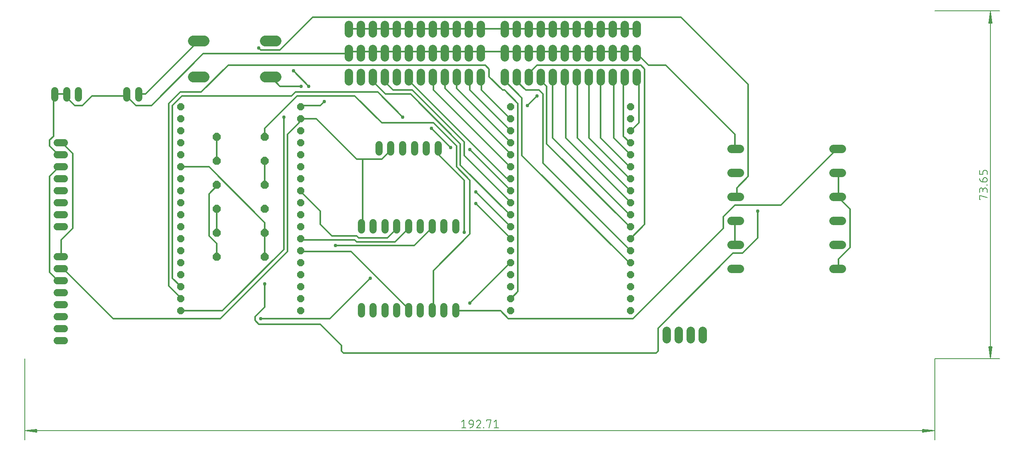
<source format=gbr>
G04 EAGLE Gerber RS-274X export*
G75*
%MOMM*%
%FSLAX34Y34*%
%LPD*%
%INTop Copper*%
%IPPOS*%
%AMOC8*
5,1,8,0,0,1.08239X$1,22.5*%
G01*
%ADD10C,0.130000*%
%ADD11C,0.152400*%
%ADD12C,2.247900*%
%ADD13C,1.524000*%
%ADD14P,1.632244X8X22.500000*%
%ADD15C,1.790700*%
%ADD16C,1.800000*%
%ADD17P,1.814519X8X22.500000*%
%ADD18P,1.814519X8X202.500000*%
%ADD19C,0.304800*%
%ADD20C,0.756400*%


D10*
X0Y0D02*
X0Y-171900D01*
X1927100Y-171900D02*
X1927100Y0D01*
X1926450Y-152400D02*
X650Y-152400D01*
X26000Y-149208D01*
X26000Y-155592D01*
X650Y-152400D01*
X26000Y-151100D01*
X26000Y-153700D02*
X650Y-152400D01*
X26000Y-149800D01*
X26000Y-155000D02*
X650Y-152400D01*
X1901100Y-149208D02*
X1926450Y-152400D01*
X1901100Y-149208D02*
X1901100Y-155592D01*
X1926450Y-152400D01*
X1901100Y-151100D01*
X1901100Y-153700D02*
X1926450Y-152400D01*
X1901100Y-149800D01*
X1901100Y-155000D02*
X1926450Y-152400D01*
D11*
X929821Y-129637D02*
X925306Y-133249D01*
X929821Y-129637D02*
X929821Y-145893D01*
X925306Y-145893D02*
X934337Y-145893D01*
X944550Y-138668D02*
X949968Y-138668D01*
X944550Y-138668D02*
X944432Y-138666D01*
X944314Y-138660D01*
X944196Y-138651D01*
X944079Y-138637D01*
X943962Y-138620D01*
X943845Y-138599D01*
X943730Y-138574D01*
X943615Y-138545D01*
X943501Y-138512D01*
X943389Y-138476D01*
X943278Y-138436D01*
X943168Y-138393D01*
X943059Y-138346D01*
X942952Y-138296D01*
X942847Y-138241D01*
X942744Y-138184D01*
X942643Y-138123D01*
X942543Y-138059D01*
X942446Y-137992D01*
X942351Y-137922D01*
X942259Y-137848D01*
X942168Y-137772D01*
X942081Y-137692D01*
X941996Y-137610D01*
X941914Y-137525D01*
X941834Y-137438D01*
X941758Y-137347D01*
X941684Y-137255D01*
X941614Y-137160D01*
X941547Y-137063D01*
X941483Y-136963D01*
X941422Y-136862D01*
X941365Y-136759D01*
X941310Y-136654D01*
X941260Y-136547D01*
X941213Y-136438D01*
X941170Y-136328D01*
X941130Y-136217D01*
X941094Y-136105D01*
X941061Y-135991D01*
X941032Y-135876D01*
X941007Y-135761D01*
X940986Y-135644D01*
X940969Y-135527D01*
X940955Y-135410D01*
X940946Y-135292D01*
X940940Y-135174D01*
X940938Y-135056D01*
X940937Y-135056D02*
X940937Y-134153D01*
X940939Y-134020D01*
X940945Y-133888D01*
X940955Y-133756D01*
X940968Y-133624D01*
X940986Y-133492D01*
X941007Y-133362D01*
X941032Y-133231D01*
X941061Y-133102D01*
X941094Y-132974D01*
X941130Y-132846D01*
X941170Y-132720D01*
X941214Y-132595D01*
X941262Y-132471D01*
X941313Y-132349D01*
X941368Y-132228D01*
X941426Y-132109D01*
X941488Y-131991D01*
X941553Y-131876D01*
X941622Y-131762D01*
X941693Y-131651D01*
X941769Y-131542D01*
X941847Y-131435D01*
X941928Y-131330D01*
X942013Y-131228D01*
X942100Y-131128D01*
X942190Y-131031D01*
X942283Y-130936D01*
X942379Y-130845D01*
X942477Y-130756D01*
X942578Y-130670D01*
X942682Y-130587D01*
X942788Y-130507D01*
X942896Y-130431D01*
X943006Y-130357D01*
X943119Y-130287D01*
X943233Y-130220D01*
X943350Y-130157D01*
X943468Y-130097D01*
X943588Y-130040D01*
X943710Y-129987D01*
X943833Y-129938D01*
X943957Y-129892D01*
X944083Y-129850D01*
X944210Y-129812D01*
X944338Y-129777D01*
X944467Y-129746D01*
X944596Y-129719D01*
X944727Y-129696D01*
X944858Y-129676D01*
X944990Y-129661D01*
X945122Y-129649D01*
X945254Y-129641D01*
X945387Y-129637D01*
X945519Y-129637D01*
X945652Y-129641D01*
X945784Y-129649D01*
X945916Y-129661D01*
X946048Y-129676D01*
X946179Y-129696D01*
X946310Y-129719D01*
X946439Y-129746D01*
X946568Y-129777D01*
X946696Y-129812D01*
X946823Y-129850D01*
X946949Y-129892D01*
X947073Y-129938D01*
X947196Y-129987D01*
X947318Y-130040D01*
X947438Y-130097D01*
X947556Y-130157D01*
X947673Y-130220D01*
X947787Y-130287D01*
X947900Y-130357D01*
X948010Y-130431D01*
X948118Y-130507D01*
X948224Y-130587D01*
X948328Y-130670D01*
X948429Y-130756D01*
X948527Y-130845D01*
X948623Y-130936D01*
X948716Y-131031D01*
X948806Y-131128D01*
X948893Y-131228D01*
X948978Y-131330D01*
X949059Y-131435D01*
X949137Y-131542D01*
X949213Y-131651D01*
X949284Y-131762D01*
X949353Y-131876D01*
X949418Y-131991D01*
X949480Y-132109D01*
X949538Y-132228D01*
X949593Y-132349D01*
X949644Y-132471D01*
X949692Y-132595D01*
X949736Y-132720D01*
X949776Y-132846D01*
X949812Y-132974D01*
X949845Y-133102D01*
X949874Y-133231D01*
X949899Y-133362D01*
X949920Y-133492D01*
X949938Y-133624D01*
X949951Y-133756D01*
X949961Y-133888D01*
X949967Y-134020D01*
X949969Y-134153D01*
X949968Y-134153D02*
X949968Y-138668D01*
X949966Y-138843D01*
X949960Y-139017D01*
X949949Y-139191D01*
X949934Y-139365D01*
X949915Y-139539D01*
X949892Y-139712D01*
X949865Y-139884D01*
X949833Y-140056D01*
X949798Y-140227D01*
X949758Y-140397D01*
X949714Y-140566D01*
X949666Y-140734D01*
X949614Y-140901D01*
X949558Y-141066D01*
X949498Y-141230D01*
X949435Y-141393D01*
X949367Y-141553D01*
X949295Y-141713D01*
X949220Y-141870D01*
X949140Y-142026D01*
X949057Y-142179D01*
X948971Y-142331D01*
X948880Y-142480D01*
X948786Y-142627D01*
X948689Y-142772D01*
X948588Y-142915D01*
X948484Y-143055D01*
X948376Y-143192D01*
X948265Y-143327D01*
X948151Y-143459D01*
X948034Y-143588D01*
X947913Y-143715D01*
X947790Y-143838D01*
X947663Y-143959D01*
X947534Y-144076D01*
X947402Y-144190D01*
X947267Y-144301D01*
X947130Y-144409D01*
X946990Y-144513D01*
X946847Y-144614D01*
X946702Y-144711D01*
X946555Y-144805D01*
X946406Y-144896D01*
X946254Y-144982D01*
X946101Y-145065D01*
X945945Y-145145D01*
X945788Y-145220D01*
X945628Y-145292D01*
X945468Y-145360D01*
X945305Y-145423D01*
X945141Y-145483D01*
X944976Y-145539D01*
X944809Y-145591D01*
X944641Y-145639D01*
X944472Y-145683D01*
X944302Y-145723D01*
X944131Y-145758D01*
X943959Y-145790D01*
X943787Y-145817D01*
X943614Y-145840D01*
X943440Y-145859D01*
X943266Y-145874D01*
X943092Y-145885D01*
X942918Y-145891D01*
X942743Y-145893D01*
X961535Y-129637D02*
X961660Y-129639D01*
X961785Y-129645D01*
X961910Y-129654D01*
X962034Y-129668D01*
X962158Y-129685D01*
X962282Y-129706D01*
X962404Y-129731D01*
X962526Y-129760D01*
X962647Y-129792D01*
X962767Y-129828D01*
X962886Y-129868D01*
X963003Y-129911D01*
X963119Y-129958D01*
X963234Y-130009D01*
X963346Y-130063D01*
X963458Y-130121D01*
X963567Y-130181D01*
X963674Y-130246D01*
X963780Y-130313D01*
X963883Y-130384D01*
X963984Y-130458D01*
X964083Y-130535D01*
X964179Y-130615D01*
X964273Y-130698D01*
X964364Y-130783D01*
X964453Y-130872D01*
X964538Y-130963D01*
X964621Y-131057D01*
X964701Y-131153D01*
X964778Y-131252D01*
X964852Y-131353D01*
X964923Y-131456D01*
X964990Y-131562D01*
X965055Y-131669D01*
X965115Y-131778D01*
X965173Y-131890D01*
X965227Y-132002D01*
X965278Y-132117D01*
X965325Y-132233D01*
X965368Y-132350D01*
X965408Y-132469D01*
X965444Y-132589D01*
X965476Y-132710D01*
X965505Y-132832D01*
X965530Y-132954D01*
X965551Y-133078D01*
X965568Y-133202D01*
X965582Y-133326D01*
X965591Y-133451D01*
X965597Y-133576D01*
X965599Y-133701D01*
X961535Y-129637D02*
X961392Y-129639D01*
X961250Y-129645D01*
X961107Y-129655D01*
X960965Y-129668D01*
X960824Y-129686D01*
X960682Y-129707D01*
X960542Y-129732D01*
X960402Y-129761D01*
X960263Y-129794D01*
X960125Y-129831D01*
X959988Y-129871D01*
X959853Y-129915D01*
X959718Y-129963D01*
X959585Y-130015D01*
X959453Y-130070D01*
X959323Y-130129D01*
X959195Y-130191D01*
X959068Y-130257D01*
X958943Y-130326D01*
X958820Y-130398D01*
X958699Y-130474D01*
X958581Y-130553D01*
X958464Y-130636D01*
X958350Y-130721D01*
X958238Y-130810D01*
X958129Y-130901D01*
X958022Y-130996D01*
X957917Y-131093D01*
X957816Y-131194D01*
X957717Y-131297D01*
X957621Y-131402D01*
X957528Y-131511D01*
X957438Y-131622D01*
X957351Y-131735D01*
X957267Y-131850D01*
X957187Y-131968D01*
X957109Y-132088D01*
X957035Y-132210D01*
X956965Y-132334D01*
X956897Y-132460D01*
X956834Y-132588D01*
X956773Y-132717D01*
X956716Y-132848D01*
X956663Y-132980D01*
X956614Y-133114D01*
X956568Y-133249D01*
X964244Y-136862D02*
X964338Y-136770D01*
X964428Y-136676D01*
X964516Y-136579D01*
X964601Y-136479D01*
X964683Y-136377D01*
X964761Y-136272D01*
X964837Y-136165D01*
X964909Y-136056D01*
X964978Y-135945D01*
X965044Y-135831D01*
X965106Y-135716D01*
X965165Y-135599D01*
X965220Y-135480D01*
X965271Y-135360D01*
X965319Y-135238D01*
X965364Y-135115D01*
X965404Y-134991D01*
X965441Y-134865D01*
X965474Y-134738D01*
X965503Y-134611D01*
X965529Y-134482D01*
X965550Y-134353D01*
X965568Y-134223D01*
X965581Y-134093D01*
X965591Y-133963D01*
X965597Y-133832D01*
X965599Y-133701D01*
X964245Y-136862D02*
X956568Y-145893D01*
X965599Y-145893D01*
X971574Y-145893D02*
X971574Y-144990D01*
X972477Y-144990D01*
X972477Y-145893D01*
X971574Y-145893D01*
X978452Y-131443D02*
X978452Y-129637D01*
X987483Y-129637D01*
X982968Y-145893D01*
X994083Y-133249D02*
X998599Y-129637D01*
X998599Y-145893D01*
X1003114Y-145893D02*
X994083Y-145893D01*
D10*
X1927100Y0D02*
X2064200Y0D01*
X2064200Y736500D02*
X1927100Y736500D01*
X2044700Y735850D02*
X2044700Y650D01*
X2041508Y26000D01*
X2047892Y26000D01*
X2044700Y650D01*
X2043400Y26000D01*
X2046000Y26000D02*
X2044700Y650D01*
X2042100Y26000D01*
X2047300Y26000D02*
X2044700Y650D01*
X2041508Y710500D02*
X2044700Y735850D01*
X2041508Y710500D02*
X2047892Y710500D01*
X2044700Y735850D01*
X2043400Y710500D01*
X2046000Y710500D02*
X2044700Y735850D01*
X2042100Y710500D01*
X2047300Y710500D02*
X2044700Y735850D01*
D11*
X2023743Y337102D02*
X2021937Y337102D01*
X2021937Y346133D01*
X2038193Y341618D01*
X2038193Y352733D02*
X2038193Y357249D01*
X2038191Y357382D01*
X2038185Y357514D01*
X2038175Y357646D01*
X2038162Y357778D01*
X2038144Y357910D01*
X2038123Y358040D01*
X2038098Y358171D01*
X2038069Y358300D01*
X2038036Y358428D01*
X2038000Y358556D01*
X2037960Y358682D01*
X2037916Y358807D01*
X2037868Y358931D01*
X2037817Y359053D01*
X2037762Y359174D01*
X2037704Y359293D01*
X2037642Y359411D01*
X2037577Y359526D01*
X2037508Y359640D01*
X2037437Y359751D01*
X2037361Y359860D01*
X2037283Y359967D01*
X2037202Y360072D01*
X2037117Y360174D01*
X2037030Y360274D01*
X2036940Y360371D01*
X2036847Y360466D01*
X2036751Y360557D01*
X2036653Y360646D01*
X2036552Y360732D01*
X2036448Y360815D01*
X2036342Y360895D01*
X2036234Y360971D01*
X2036124Y361045D01*
X2036011Y361115D01*
X2035897Y361182D01*
X2035780Y361245D01*
X2035662Y361305D01*
X2035542Y361362D01*
X2035420Y361415D01*
X2035297Y361464D01*
X2035173Y361510D01*
X2035047Y361552D01*
X2034920Y361590D01*
X2034792Y361625D01*
X2034663Y361656D01*
X2034534Y361683D01*
X2034403Y361706D01*
X2034272Y361726D01*
X2034140Y361741D01*
X2034008Y361753D01*
X2033876Y361761D01*
X2033743Y361765D01*
X2033611Y361765D01*
X2033478Y361761D01*
X2033346Y361753D01*
X2033214Y361741D01*
X2033082Y361726D01*
X2032951Y361706D01*
X2032820Y361683D01*
X2032691Y361656D01*
X2032562Y361625D01*
X2032434Y361590D01*
X2032307Y361552D01*
X2032181Y361510D01*
X2032057Y361464D01*
X2031934Y361415D01*
X2031812Y361362D01*
X2031692Y361305D01*
X2031574Y361245D01*
X2031457Y361182D01*
X2031343Y361115D01*
X2031230Y361045D01*
X2031120Y360971D01*
X2031012Y360895D01*
X2030906Y360815D01*
X2030802Y360732D01*
X2030701Y360646D01*
X2030603Y360557D01*
X2030507Y360466D01*
X2030414Y360371D01*
X2030324Y360274D01*
X2030237Y360174D01*
X2030152Y360072D01*
X2030071Y359967D01*
X2029993Y359860D01*
X2029917Y359751D01*
X2029846Y359640D01*
X2029777Y359526D01*
X2029712Y359411D01*
X2029650Y359293D01*
X2029592Y359174D01*
X2029537Y359053D01*
X2029486Y358931D01*
X2029438Y358807D01*
X2029394Y358682D01*
X2029354Y358556D01*
X2029318Y358428D01*
X2029285Y358300D01*
X2029256Y358171D01*
X2029231Y358040D01*
X2029210Y357910D01*
X2029192Y357778D01*
X2029179Y357646D01*
X2029169Y357514D01*
X2029163Y357382D01*
X2029161Y357249D01*
X2021937Y358152D02*
X2021937Y352733D01*
X2021937Y358152D02*
X2021939Y358271D01*
X2021945Y358391D01*
X2021955Y358510D01*
X2021969Y358628D01*
X2021986Y358747D01*
X2022008Y358864D01*
X2022033Y358981D01*
X2022063Y359096D01*
X2022096Y359211D01*
X2022133Y359325D01*
X2022173Y359437D01*
X2022218Y359548D01*
X2022266Y359657D01*
X2022317Y359765D01*
X2022372Y359871D01*
X2022431Y359975D01*
X2022493Y360077D01*
X2022558Y360177D01*
X2022627Y360275D01*
X2022699Y360371D01*
X2022774Y360464D01*
X2022851Y360554D01*
X2022932Y360642D01*
X2023016Y360727D01*
X2023103Y360809D01*
X2023192Y360889D01*
X2023284Y360965D01*
X2023378Y361039D01*
X2023475Y361109D01*
X2023573Y361176D01*
X2023674Y361240D01*
X2023778Y361300D01*
X2023883Y361357D01*
X2023990Y361410D01*
X2024098Y361460D01*
X2024208Y361506D01*
X2024320Y361548D01*
X2024433Y361587D01*
X2024547Y361622D01*
X2024662Y361653D01*
X2024779Y361681D01*
X2024896Y361704D01*
X2025013Y361724D01*
X2025132Y361740D01*
X2025251Y361752D01*
X2025370Y361760D01*
X2025489Y361764D01*
X2025609Y361764D01*
X2025728Y361760D01*
X2025847Y361752D01*
X2025966Y361740D01*
X2026085Y361724D01*
X2026202Y361704D01*
X2026319Y361681D01*
X2026436Y361653D01*
X2026551Y361622D01*
X2026665Y361587D01*
X2026778Y361548D01*
X2026890Y361506D01*
X2027000Y361460D01*
X2027108Y361410D01*
X2027215Y361357D01*
X2027320Y361300D01*
X2027424Y361240D01*
X2027525Y361176D01*
X2027623Y361109D01*
X2027720Y361039D01*
X2027814Y360965D01*
X2027906Y360889D01*
X2027995Y360809D01*
X2028082Y360727D01*
X2028166Y360642D01*
X2028247Y360554D01*
X2028324Y360464D01*
X2028399Y360371D01*
X2028471Y360275D01*
X2028540Y360177D01*
X2028605Y360077D01*
X2028667Y359975D01*
X2028726Y359871D01*
X2028781Y359765D01*
X2028832Y359657D01*
X2028880Y359548D01*
X2028925Y359437D01*
X2028965Y359325D01*
X2029002Y359211D01*
X2029035Y359096D01*
X2029065Y358981D01*
X2029090Y358864D01*
X2029112Y358747D01*
X2029129Y358628D01*
X2029143Y358510D01*
X2029153Y358391D01*
X2029159Y358271D01*
X2029161Y358152D01*
X2029162Y358152D02*
X2029162Y354539D01*
X2037290Y367739D02*
X2038193Y367739D01*
X2037290Y367739D02*
X2037290Y368642D01*
X2038193Y368642D01*
X2038193Y367739D01*
X2029162Y374617D02*
X2029162Y380036D01*
X2029164Y380154D01*
X2029170Y380272D01*
X2029179Y380390D01*
X2029193Y380507D01*
X2029210Y380624D01*
X2029231Y380741D01*
X2029256Y380856D01*
X2029285Y380971D01*
X2029318Y381085D01*
X2029354Y381197D01*
X2029394Y381308D01*
X2029437Y381418D01*
X2029484Y381527D01*
X2029534Y381634D01*
X2029589Y381739D01*
X2029646Y381842D01*
X2029707Y381943D01*
X2029771Y382043D01*
X2029838Y382140D01*
X2029908Y382235D01*
X2029982Y382327D01*
X2030058Y382418D01*
X2030138Y382505D01*
X2030220Y382590D01*
X2030305Y382672D01*
X2030392Y382752D01*
X2030483Y382828D01*
X2030575Y382902D01*
X2030670Y382972D01*
X2030767Y383039D01*
X2030867Y383103D01*
X2030968Y383164D01*
X2031071Y383221D01*
X2031176Y383276D01*
X2031283Y383326D01*
X2031392Y383373D01*
X2031502Y383416D01*
X2031613Y383456D01*
X2031725Y383492D01*
X2031839Y383525D01*
X2031954Y383554D01*
X2032069Y383579D01*
X2032186Y383600D01*
X2032303Y383617D01*
X2032420Y383631D01*
X2032538Y383640D01*
X2032656Y383646D01*
X2032774Y383648D01*
X2033677Y383648D01*
X2033810Y383646D01*
X2033942Y383640D01*
X2034074Y383630D01*
X2034206Y383617D01*
X2034338Y383599D01*
X2034468Y383578D01*
X2034599Y383553D01*
X2034728Y383524D01*
X2034856Y383491D01*
X2034984Y383455D01*
X2035110Y383415D01*
X2035235Y383371D01*
X2035359Y383323D01*
X2035481Y383272D01*
X2035602Y383217D01*
X2035721Y383159D01*
X2035839Y383097D01*
X2035954Y383032D01*
X2036068Y382963D01*
X2036179Y382892D01*
X2036288Y382816D01*
X2036395Y382738D01*
X2036500Y382657D01*
X2036602Y382572D01*
X2036702Y382485D01*
X2036799Y382395D01*
X2036894Y382302D01*
X2036985Y382206D01*
X2037074Y382108D01*
X2037160Y382007D01*
X2037243Y381903D01*
X2037323Y381797D01*
X2037399Y381689D01*
X2037473Y381579D01*
X2037543Y381466D01*
X2037610Y381352D01*
X2037673Y381235D01*
X2037733Y381117D01*
X2037790Y380997D01*
X2037843Y380875D01*
X2037892Y380752D01*
X2037938Y380628D01*
X2037980Y380502D01*
X2038018Y380375D01*
X2038053Y380247D01*
X2038084Y380118D01*
X2038111Y379989D01*
X2038134Y379858D01*
X2038154Y379727D01*
X2038169Y379595D01*
X2038181Y379463D01*
X2038189Y379331D01*
X2038193Y379198D01*
X2038193Y379066D01*
X2038189Y378933D01*
X2038181Y378801D01*
X2038169Y378669D01*
X2038154Y378537D01*
X2038134Y378406D01*
X2038111Y378275D01*
X2038084Y378146D01*
X2038053Y378017D01*
X2038018Y377889D01*
X2037980Y377762D01*
X2037938Y377636D01*
X2037892Y377512D01*
X2037843Y377389D01*
X2037790Y377267D01*
X2037733Y377147D01*
X2037673Y377029D01*
X2037610Y376912D01*
X2037543Y376798D01*
X2037473Y376685D01*
X2037399Y376575D01*
X2037323Y376467D01*
X2037243Y376361D01*
X2037160Y376257D01*
X2037074Y376156D01*
X2036985Y376058D01*
X2036894Y375962D01*
X2036799Y375869D01*
X2036702Y375779D01*
X2036602Y375692D01*
X2036500Y375607D01*
X2036395Y375526D01*
X2036288Y375448D01*
X2036179Y375372D01*
X2036068Y375301D01*
X2035954Y375232D01*
X2035839Y375167D01*
X2035721Y375105D01*
X2035602Y375047D01*
X2035481Y374992D01*
X2035359Y374941D01*
X2035235Y374893D01*
X2035110Y374849D01*
X2034984Y374809D01*
X2034856Y374773D01*
X2034728Y374740D01*
X2034599Y374711D01*
X2034468Y374686D01*
X2034338Y374665D01*
X2034206Y374647D01*
X2034074Y374634D01*
X2033942Y374624D01*
X2033810Y374618D01*
X2033677Y374616D01*
X2033677Y374617D02*
X2029162Y374617D01*
X2028985Y374619D01*
X2028807Y374626D01*
X2028630Y374637D01*
X2028454Y374652D01*
X2028278Y374671D01*
X2028102Y374695D01*
X2027927Y374723D01*
X2027752Y374756D01*
X2027579Y374793D01*
X2027406Y374834D01*
X2027235Y374879D01*
X2027065Y374928D01*
X2026896Y374982D01*
X2026728Y375039D01*
X2026562Y375101D01*
X2026397Y375167D01*
X2026234Y375237D01*
X2026073Y375311D01*
X2025914Y375388D01*
X2025756Y375470D01*
X2025601Y375556D01*
X2025448Y375645D01*
X2025297Y375738D01*
X2025148Y375835D01*
X2025002Y375935D01*
X2024858Y376039D01*
X2024717Y376146D01*
X2024579Y376257D01*
X2024443Y376371D01*
X2024310Y376489D01*
X2024180Y376609D01*
X2024053Y376733D01*
X2023929Y376860D01*
X2023809Y376990D01*
X2023691Y377123D01*
X2023577Y377258D01*
X2023466Y377397D01*
X2023359Y377538D01*
X2023255Y377682D01*
X2023155Y377828D01*
X2023058Y377977D01*
X2022965Y378128D01*
X2022876Y378281D01*
X2022790Y378436D01*
X2022708Y378594D01*
X2022631Y378753D01*
X2022557Y378914D01*
X2022487Y379077D01*
X2022421Y379242D01*
X2022359Y379408D01*
X2022302Y379576D01*
X2022248Y379745D01*
X2022199Y379915D01*
X2022154Y380086D01*
X2022113Y380259D01*
X2022076Y380432D01*
X2022043Y380607D01*
X2022015Y380782D01*
X2021991Y380958D01*
X2021972Y381134D01*
X2021957Y381310D01*
X2021946Y381487D01*
X2021939Y381665D01*
X2021937Y381842D01*
X2038193Y390248D02*
X2038193Y395667D01*
X2038191Y395785D01*
X2038185Y395903D01*
X2038176Y396021D01*
X2038162Y396138D01*
X2038145Y396255D01*
X2038124Y396372D01*
X2038099Y396487D01*
X2038070Y396602D01*
X2038037Y396716D01*
X2038001Y396828D01*
X2037961Y396939D01*
X2037918Y397049D01*
X2037871Y397158D01*
X2037821Y397265D01*
X2037766Y397370D01*
X2037709Y397473D01*
X2037648Y397574D01*
X2037584Y397674D01*
X2037517Y397771D01*
X2037447Y397866D01*
X2037373Y397958D01*
X2037297Y398049D01*
X2037217Y398136D01*
X2037135Y398221D01*
X2037050Y398303D01*
X2036963Y398383D01*
X2036872Y398459D01*
X2036780Y398533D01*
X2036685Y398603D01*
X2036588Y398670D01*
X2036488Y398734D01*
X2036387Y398795D01*
X2036284Y398852D01*
X2036179Y398907D01*
X2036072Y398957D01*
X2035963Y399004D01*
X2035853Y399047D01*
X2035742Y399087D01*
X2035630Y399123D01*
X2035516Y399156D01*
X2035401Y399185D01*
X2035286Y399210D01*
X2035169Y399231D01*
X2035052Y399248D01*
X2034935Y399262D01*
X2034817Y399271D01*
X2034699Y399277D01*
X2034581Y399279D01*
X2032774Y399279D01*
X2032656Y399277D01*
X2032538Y399271D01*
X2032420Y399262D01*
X2032303Y399248D01*
X2032186Y399231D01*
X2032069Y399210D01*
X2031954Y399185D01*
X2031839Y399156D01*
X2031725Y399123D01*
X2031613Y399087D01*
X2031502Y399047D01*
X2031392Y399004D01*
X2031283Y398957D01*
X2031176Y398907D01*
X2031071Y398852D01*
X2030968Y398795D01*
X2030867Y398734D01*
X2030767Y398670D01*
X2030670Y398603D01*
X2030575Y398533D01*
X2030483Y398459D01*
X2030392Y398383D01*
X2030305Y398303D01*
X2030220Y398221D01*
X2030138Y398136D01*
X2030058Y398049D01*
X2029982Y397958D01*
X2029908Y397866D01*
X2029838Y397771D01*
X2029771Y397674D01*
X2029707Y397574D01*
X2029646Y397473D01*
X2029589Y397370D01*
X2029534Y397265D01*
X2029484Y397158D01*
X2029437Y397049D01*
X2029394Y396939D01*
X2029354Y396828D01*
X2029318Y396716D01*
X2029285Y396602D01*
X2029256Y396487D01*
X2029231Y396372D01*
X2029210Y396255D01*
X2029193Y396138D01*
X2029179Y396021D01*
X2029170Y395903D01*
X2029164Y395785D01*
X2029162Y395667D01*
X2029162Y390248D01*
X2021937Y390248D01*
X2021937Y399279D01*
D12*
X531940Y673100D02*
X509461Y673100D01*
X379540Y673100D02*
X357061Y673100D01*
X509461Y596900D02*
X531940Y596900D01*
X379540Y596900D02*
X357061Y596900D01*
D13*
X83820Y304800D02*
X68580Y304800D01*
X68580Y330200D02*
X83820Y330200D01*
X83820Y355600D02*
X68580Y355600D01*
X68580Y381000D02*
X83820Y381000D01*
X83820Y406400D02*
X68580Y406400D01*
X68580Y431800D02*
X83820Y431800D01*
X83820Y457200D02*
X68580Y457200D01*
X68580Y279400D02*
X83820Y279400D01*
X83820Y63500D02*
X68580Y63500D01*
X68580Y88900D02*
X83820Y88900D01*
X83820Y114300D02*
X68580Y114300D01*
X68580Y139700D02*
X83820Y139700D01*
X83820Y165100D02*
X68580Y165100D01*
X68580Y190500D02*
X83820Y190500D01*
X83820Y215900D02*
X68580Y215900D01*
X68580Y38100D02*
X83820Y38100D01*
X216100Y552180D02*
X216100Y567420D01*
X241100Y567420D02*
X241100Y552180D01*
X737800Y110220D02*
X737800Y94980D01*
X762800Y94980D02*
X762800Y110220D01*
X862800Y110220D02*
X862800Y94980D01*
X787800Y94980D02*
X787800Y110220D01*
X812800Y110220D02*
X812800Y94980D01*
X837800Y94980D02*
X837800Y110220D01*
X887800Y110220D02*
X887800Y94980D01*
X912800Y94980D02*
X912800Y110220D01*
X712800Y110220D02*
X712800Y94980D01*
X737800Y272780D02*
X737800Y288020D01*
X762800Y288020D02*
X762800Y272780D01*
X862800Y272780D02*
X862800Y288020D01*
X787800Y288020D02*
X787800Y272780D01*
X812800Y272780D02*
X812800Y288020D01*
X837800Y288020D02*
X837800Y272780D01*
X887800Y272780D02*
X887800Y288020D01*
X912800Y288020D02*
X912800Y272780D01*
X712800Y272780D02*
X712800Y288020D01*
X63900Y552180D02*
X63900Y567420D01*
X88900Y567420D02*
X88900Y552180D01*
X113900Y552180D02*
X113900Y567420D01*
D14*
X330200Y533400D03*
X330200Y508000D03*
X330200Y482600D03*
X330200Y457200D03*
X330200Y431800D03*
X330200Y406400D03*
X330200Y381000D03*
X330200Y355600D03*
X330200Y330200D03*
X330200Y304800D03*
X330200Y279400D03*
X330200Y254000D03*
X330200Y228600D03*
X330200Y203200D03*
X330200Y177800D03*
X330200Y152400D03*
X330200Y127000D03*
X330200Y101600D03*
X584200Y101600D03*
X584200Y127000D03*
X584200Y152400D03*
X584200Y177800D03*
X584200Y203200D03*
X584200Y228600D03*
X584200Y254000D03*
X584200Y279400D03*
X584200Y304800D03*
X584200Y330200D03*
X584200Y355600D03*
X584200Y381000D03*
X584200Y406400D03*
X584200Y431800D03*
X584200Y457200D03*
X584200Y482600D03*
X584200Y508000D03*
X584200Y533400D03*
X1028700Y533400D03*
X1028700Y508000D03*
X1028700Y482600D03*
X1028700Y457200D03*
X1028700Y431800D03*
X1028700Y406400D03*
X1028700Y381000D03*
X1028700Y355600D03*
X1028700Y330200D03*
X1028700Y304800D03*
X1028700Y279400D03*
X1028700Y254000D03*
X1028700Y228600D03*
X1028700Y203200D03*
X1028700Y177800D03*
X1028700Y152400D03*
X1028700Y127000D03*
X1028700Y101600D03*
X1282700Y101600D03*
X1282700Y127000D03*
X1282700Y152400D03*
X1282700Y177800D03*
X1282700Y203200D03*
X1282700Y228600D03*
X1282700Y254000D03*
X1282700Y279400D03*
X1282700Y304800D03*
X1282700Y330200D03*
X1282700Y355600D03*
X1282700Y381000D03*
X1282700Y406400D03*
X1282700Y431800D03*
X1282700Y457200D03*
X1282700Y482600D03*
X1282700Y508000D03*
X1282700Y533400D03*
D15*
X1711897Y190500D02*
X1729804Y190500D01*
X1729804Y241300D02*
X1711897Y241300D01*
X1711897Y292100D02*
X1729804Y292100D01*
X1729804Y342900D02*
X1711897Y342900D01*
X1711897Y393700D02*
X1729804Y393700D01*
X1729804Y444500D02*
X1711897Y444500D01*
X1513904Y444500D02*
X1495997Y444500D01*
X1495997Y393700D02*
X1513904Y393700D01*
X1513904Y342900D02*
X1495997Y342900D01*
X1495997Y292100D02*
X1513904Y292100D01*
X1513904Y241300D02*
X1495997Y241300D01*
X1495997Y190500D02*
X1513904Y190500D01*
D16*
X1295400Y587900D02*
X1295400Y605900D01*
X1270000Y605900D02*
X1270000Y587900D01*
X1244600Y587900D02*
X1244600Y605900D01*
X1219200Y605900D02*
X1219200Y587900D01*
X1193800Y587900D02*
X1193800Y605900D01*
X1168400Y605900D02*
X1168400Y587900D01*
X1143000Y587900D02*
X1143000Y605900D01*
X1117600Y605900D02*
X1117600Y587900D01*
X1092200Y587900D02*
X1092200Y605900D01*
X1066800Y605900D02*
X1066800Y587900D01*
X1041400Y587900D02*
X1041400Y605900D01*
X1016000Y605900D02*
X1016000Y587900D01*
X1295400Y638700D02*
X1295400Y656700D01*
X1270000Y656700D02*
X1270000Y638700D01*
X1244600Y638700D02*
X1244600Y656700D01*
X1219200Y656700D02*
X1219200Y638700D01*
X1193800Y638700D02*
X1193800Y656700D01*
X1168400Y656700D02*
X1168400Y638700D01*
X1143000Y638700D02*
X1143000Y656700D01*
X1117600Y656700D02*
X1117600Y638700D01*
X1092200Y638700D02*
X1092200Y656700D01*
X1066800Y656700D02*
X1066800Y638700D01*
X1041400Y638700D02*
X1041400Y656700D01*
X1016000Y656700D02*
X1016000Y638700D01*
X685800Y689500D02*
X685800Y707500D01*
X711200Y707500D02*
X711200Y689500D01*
X736600Y689500D02*
X736600Y707500D01*
X762000Y707500D02*
X762000Y689500D01*
X787400Y689500D02*
X787400Y707500D01*
X812800Y707500D02*
X812800Y689500D01*
X838200Y689500D02*
X838200Y707500D01*
X863600Y707500D02*
X863600Y689500D01*
X889000Y689500D02*
X889000Y707500D01*
X914400Y707500D02*
X914400Y689500D01*
X939800Y689500D02*
X939800Y707500D01*
X965200Y707500D02*
X965200Y689500D01*
X1435100Y59800D02*
X1435100Y41800D01*
X1409700Y41800D02*
X1409700Y59800D01*
X1384300Y59800D02*
X1384300Y41800D01*
X1358900Y41800D02*
X1358900Y59800D01*
X685800Y587900D02*
X685800Y605900D01*
X711200Y605900D02*
X711200Y587900D01*
X736600Y587900D02*
X736600Y605900D01*
X762000Y605900D02*
X762000Y587900D01*
X787400Y587900D02*
X787400Y605900D01*
X812800Y605900D02*
X812800Y587900D01*
X838200Y587900D02*
X838200Y605900D01*
X863600Y605900D02*
X863600Y587900D01*
X889000Y587900D02*
X889000Y605900D01*
X914400Y605900D02*
X914400Y587900D01*
X939800Y587900D02*
X939800Y605900D01*
X965200Y605900D02*
X965200Y587900D01*
X1295400Y689500D02*
X1295400Y707500D01*
X1270000Y707500D02*
X1270000Y689500D01*
X1244600Y689500D02*
X1244600Y707500D01*
X1219200Y707500D02*
X1219200Y689500D01*
X1193800Y689500D02*
X1193800Y707500D01*
X1168400Y707500D02*
X1168400Y689500D01*
X1143000Y689500D02*
X1143000Y707500D01*
X1117600Y707500D02*
X1117600Y689500D01*
X1092200Y689500D02*
X1092200Y707500D01*
X1066800Y707500D02*
X1066800Y689500D01*
X1041400Y689500D02*
X1041400Y707500D01*
X1016000Y707500D02*
X1016000Y689500D01*
X965200Y656700D02*
X965200Y638700D01*
X939800Y638700D02*
X939800Y656700D01*
X914400Y656700D02*
X914400Y638700D01*
X889000Y638700D02*
X889000Y656700D01*
X863600Y656700D02*
X863600Y638700D01*
X838200Y638700D02*
X838200Y656700D01*
X812800Y656700D02*
X812800Y638700D01*
X787400Y638700D02*
X787400Y656700D01*
X762000Y656700D02*
X762000Y638700D01*
X736600Y638700D02*
X736600Y656700D01*
X711200Y656700D02*
X711200Y638700D01*
X685800Y638700D02*
X685800Y656700D01*
D13*
X825300Y453120D02*
X825300Y437880D01*
X750300Y437880D02*
X750300Y453120D01*
X775300Y453120D02*
X775300Y437880D01*
X800300Y437880D02*
X800300Y453120D01*
X850300Y453120D02*
X850300Y437880D01*
X875300Y437880D02*
X875300Y453120D01*
D17*
X406400Y469900D03*
X508000Y469900D03*
D18*
X508000Y419100D03*
X406400Y419100D03*
D17*
X406400Y368300D03*
X508000Y368300D03*
X406400Y317500D03*
X508000Y317500D03*
D18*
X508000Y266700D03*
X406400Y266700D03*
D17*
X406400Y215900D03*
X508000Y215900D03*
D19*
X585216Y536448D02*
X625856Y536448D01*
X633984Y544576D01*
X601472Y577088D02*
X568960Y609600D01*
X585216Y536448D02*
X584200Y533400D01*
D20*
X633984Y544576D03*
X601472Y577088D03*
X568960Y609600D03*
D19*
X914400Y101600D02*
X1007872Y101600D01*
X1024128Y85344D01*
X1288288Y85344D01*
X1479296Y276352D01*
X1479296Y300736D01*
X1503680Y325120D01*
X1601216Y325120D01*
X1719072Y442976D01*
X914400Y101600D02*
X912800Y102600D01*
X1719072Y442976D02*
X1720850Y444500D01*
X406400Y243840D02*
X406400Y215900D01*
X406400Y243840D02*
X390144Y260096D01*
X390144Y349504D01*
X406400Y365760D01*
X406400Y368300D01*
X584200Y508000D02*
X617728Y508000D01*
X703072Y422656D01*
X715264Y422656D02*
X755904Y422656D01*
X715264Y422656D02*
X703072Y422656D01*
X755904Y422656D02*
X776224Y442976D01*
X775300Y445500D01*
X715264Y422656D02*
X715264Y280416D01*
X712800Y280400D01*
X1723136Y211328D02*
X1723136Y191008D01*
X1723136Y211328D02*
X1747520Y235712D01*
X1747520Y316992D01*
X1723136Y341376D01*
X1723136Y191008D02*
X1720850Y190500D01*
X1723136Y341376D02*
X1720850Y342900D01*
X1723136Y345440D02*
X1723136Y390144D01*
X1720850Y393700D01*
X1723136Y345440D02*
X1720850Y342900D01*
X1503680Y288544D02*
X1503680Y243840D01*
X1504950Y241300D01*
X1503680Y288544D02*
X1504950Y292100D01*
X85344Y560832D02*
X65024Y560832D01*
X63900Y559800D01*
X85344Y560832D02*
X88900Y559800D01*
X142240Y556768D02*
X215392Y556768D01*
X142240Y556768D02*
X121920Y536448D01*
X105664Y536448D01*
X85344Y556768D01*
X215392Y556768D02*
X216100Y559800D01*
X88900Y559800D02*
X85344Y556768D01*
X60960Y556768D02*
X60960Y471424D01*
X52832Y463296D01*
X52832Y451104D01*
X73152Y430784D01*
X60960Y556768D02*
X63900Y559800D01*
X76200Y431800D02*
X73152Y430784D01*
X686816Y650240D02*
X711200Y650240D01*
X686816Y650240D02*
X685800Y647700D01*
X739648Y650240D02*
X759968Y650240D01*
X739648Y650240D02*
X736600Y647700D01*
X759968Y650240D02*
X762000Y647700D01*
X764032Y650240D02*
X784352Y650240D01*
X787400Y647700D01*
X764032Y650240D02*
X762000Y647700D01*
X788416Y650240D02*
X812800Y650240D01*
X788416Y650240D02*
X787400Y647700D01*
X735584Y650240D02*
X711200Y650240D01*
X711200Y647700D01*
X735584Y650240D02*
X736600Y647700D01*
X942848Y650240D02*
X963168Y650240D01*
X942848Y650240D02*
X939800Y647700D01*
X963168Y650240D02*
X965200Y647700D01*
X861568Y650240D02*
X841248Y650240D01*
X838200Y647700D01*
X861568Y650240D02*
X863600Y647700D01*
X865632Y650240D02*
X885952Y650240D01*
X889000Y647700D01*
X865632Y650240D02*
X863600Y647700D01*
X890016Y650240D02*
X914400Y650240D01*
X890016Y650240D02*
X889000Y647700D01*
X914400Y650240D02*
X938784Y650240D01*
X939800Y647700D01*
X914400Y647700D02*
X914400Y650240D01*
X837184Y650240D02*
X812800Y650240D01*
X812800Y647700D01*
X837184Y650240D02*
X838200Y647700D01*
X1016000Y650240D02*
X1040384Y650240D01*
X1041400Y647700D01*
X1068832Y650240D02*
X1089152Y650240D01*
X1068832Y650240D02*
X1066800Y647700D01*
X1089152Y650240D02*
X1092200Y647700D01*
X1093216Y650240D02*
X1117600Y650240D01*
X1093216Y650240D02*
X1092200Y647700D01*
X1064768Y650240D02*
X1044448Y650240D01*
X1041400Y647700D01*
X1064768Y650240D02*
X1066800Y647700D01*
X1247648Y650240D02*
X1267968Y650240D01*
X1247648Y650240D02*
X1244600Y647700D01*
X1267968Y650240D02*
X1270000Y647700D01*
X1272032Y650240D02*
X1292352Y650240D01*
X1295400Y647700D01*
X1272032Y650240D02*
X1270000Y647700D01*
X1166368Y650240D02*
X1146048Y650240D01*
X1143000Y647700D01*
X1166368Y650240D02*
X1168400Y647700D01*
X1170432Y650240D02*
X1190752Y650240D01*
X1193800Y647700D01*
X1170432Y650240D02*
X1168400Y647700D01*
X1194816Y650240D02*
X1219200Y650240D01*
X1194816Y650240D02*
X1193800Y647700D01*
X1219200Y650240D02*
X1243584Y650240D01*
X1244600Y647700D01*
X1219200Y647700D02*
X1219200Y650240D01*
X1141984Y650240D02*
X1117600Y650240D01*
X1117600Y647700D01*
X1141984Y650240D02*
X1143000Y647700D01*
X1016000Y650240D02*
X967232Y650240D01*
X965200Y647700D01*
X1016000Y647700D02*
X1016000Y650240D01*
X219456Y556768D02*
X219456Y552704D01*
X235712Y536448D01*
X268224Y536448D01*
X377952Y646176D01*
X682752Y646176D01*
X219456Y556768D02*
X216100Y559800D01*
X682752Y646176D02*
X685800Y647700D01*
X1503680Y475488D02*
X1503680Y447040D01*
X1503680Y475488D02*
X1357376Y621792D01*
X1320800Y621792D01*
X1296416Y646176D01*
X1503680Y447040D02*
X1504950Y444500D01*
X1296416Y646176D02*
X1295400Y647700D01*
X581152Y508000D02*
X581152Y499872D01*
X556768Y475488D01*
X556768Y227584D01*
X414528Y85344D01*
X186944Y85344D01*
X85344Y186944D01*
X77216Y186944D01*
X581152Y508000D02*
X584200Y508000D01*
X76200Y190500D02*
X77216Y186944D01*
X243840Y560832D02*
X256032Y560832D01*
X368300Y673100D01*
X243840Y560832D02*
X241100Y559800D01*
X508000Y158496D02*
X508000Y109728D01*
X487680Y89408D01*
X487680Y81280D01*
X495808Y73152D01*
X625856Y73152D01*
X670560Y28448D01*
X670560Y16256D01*
X674624Y12192D01*
X1337056Y12192D01*
X1341120Y16256D01*
X1341120Y65024D01*
X1499616Y223520D01*
X1519936Y223520D01*
X1552448Y256032D01*
X1552448Y312928D01*
D20*
X508000Y158496D03*
X1552448Y312928D03*
D19*
X865632Y186944D02*
X865632Y105664D01*
X865632Y186944D02*
X942848Y264160D01*
X942848Y377952D01*
X914400Y406400D01*
X914400Y451104D01*
X865632Y499872D01*
X755904Y499872D01*
X699008Y556768D01*
X577088Y556768D01*
X508000Y487680D01*
X508000Y469900D01*
X865632Y105664D02*
X862800Y102600D01*
X390144Y406400D02*
X330200Y406400D01*
X390144Y406400D02*
X508000Y288544D01*
X508000Y266700D01*
X508000Y215900D01*
X824992Y239776D02*
X861568Y276352D01*
X824992Y239776D02*
X658368Y239776D01*
X861568Y276352D02*
X862800Y280400D01*
D20*
X658368Y239776D03*
D19*
X508000Y368300D02*
X508000Y419100D01*
X499872Y85344D02*
X646176Y85344D01*
X731520Y170688D01*
D20*
X499872Y85344D03*
X731520Y170688D03*
D19*
X690880Y227584D02*
X585216Y227584D01*
X690880Y227584D02*
X812800Y105664D01*
X585216Y227584D02*
X584200Y228600D01*
X812800Y105664D02*
X812800Y102600D01*
X699008Y251968D02*
X585216Y251968D01*
X699008Y251968D02*
X703072Y247904D01*
X784352Y247904D01*
X812800Y276352D01*
X585216Y251968D02*
X584200Y254000D01*
X812800Y276352D02*
X812800Y280400D01*
X625856Y312928D02*
X585216Y353568D01*
X625856Y312928D02*
X625856Y284480D01*
X650240Y260096D01*
X703072Y260096D01*
X707136Y256032D01*
X768096Y256032D01*
X788416Y276352D01*
X585216Y353568D02*
X584200Y355600D01*
X787800Y280400D02*
X788416Y276352D01*
X1016000Y699008D02*
X1040384Y699008D01*
X1041400Y698500D01*
X1068832Y699008D02*
X1089152Y699008D01*
X1068832Y699008D02*
X1066800Y698500D01*
X1089152Y699008D02*
X1092200Y698500D01*
X1093216Y699008D02*
X1117600Y699008D01*
X1093216Y699008D02*
X1092200Y698500D01*
X1064768Y699008D02*
X1044448Y699008D01*
X1041400Y698500D01*
X1064768Y699008D02*
X1066800Y698500D01*
X1146048Y699008D02*
X1166368Y699008D01*
X1146048Y699008D02*
X1143000Y698500D01*
X1166368Y699008D02*
X1168400Y698500D01*
X1170432Y699008D02*
X1190752Y699008D01*
X1193800Y698500D01*
X1170432Y699008D02*
X1168400Y698500D01*
X1194816Y699008D02*
X1219200Y699008D01*
X1194816Y699008D02*
X1193800Y698500D01*
X1247648Y699008D02*
X1267968Y699008D01*
X1247648Y699008D02*
X1244600Y698500D01*
X1267968Y699008D02*
X1270000Y698500D01*
X1085088Y556768D02*
X1064768Y536448D01*
X1272032Y699008D02*
X1292352Y699008D01*
X1272032Y699008D02*
X1270000Y698500D01*
X1292352Y699008D02*
X1295400Y698500D01*
X1243584Y699008D02*
X1219200Y699008D01*
X1219200Y698500D01*
X1243584Y699008D02*
X1244600Y698500D01*
X1141984Y699008D02*
X1117600Y699008D01*
X1117600Y698500D01*
X1141984Y699008D02*
X1143000Y698500D01*
X77216Y251968D02*
X77216Y219456D01*
X77216Y251968D02*
X101600Y276352D01*
X101600Y434848D01*
X77216Y459232D01*
X77216Y219456D02*
X76200Y215900D01*
X76200Y457200D02*
X77216Y459232D01*
X686816Y699008D02*
X711200Y699008D01*
X686816Y699008D02*
X685800Y698500D01*
X739648Y699008D02*
X759968Y699008D01*
X739648Y699008D02*
X736600Y698500D01*
X759968Y699008D02*
X762000Y698500D01*
X764032Y699008D02*
X784352Y699008D01*
X787400Y698500D01*
X764032Y699008D02*
X762000Y698500D01*
X788416Y699008D02*
X812800Y699008D01*
X788416Y699008D02*
X787400Y698500D01*
X735584Y699008D02*
X711200Y699008D01*
X711200Y698500D01*
X735584Y699008D02*
X736600Y698500D01*
X942848Y699008D02*
X963168Y699008D01*
X942848Y699008D02*
X939800Y698500D01*
X963168Y699008D02*
X965200Y698500D01*
X861568Y699008D02*
X841248Y699008D01*
X838200Y698500D01*
X861568Y699008D02*
X863600Y698500D01*
X865632Y699008D02*
X885952Y699008D01*
X889000Y698500D01*
X865632Y699008D02*
X863600Y698500D01*
X890016Y699008D02*
X914400Y699008D01*
X890016Y699008D02*
X889000Y698500D01*
X914400Y699008D02*
X938784Y699008D01*
X939800Y698500D01*
X914400Y698500D02*
X914400Y699008D01*
X837184Y699008D02*
X812800Y699008D01*
X812800Y698500D01*
X837184Y699008D02*
X838200Y698500D01*
X967232Y699008D02*
X1016000Y699008D01*
X1016000Y698500D01*
X967232Y699008D02*
X965200Y698500D01*
D20*
X1064768Y536448D03*
X1085088Y556768D03*
D19*
X1044448Y142240D02*
X1032256Y130048D01*
X1044448Y142240D02*
X1044448Y540512D01*
X1016000Y568960D01*
X1011936Y568960D01*
X983488Y597408D01*
X983488Y613664D01*
X975360Y621792D01*
X430784Y621792D01*
X373888Y564896D01*
X329184Y564896D01*
X304800Y540512D01*
X304800Y154432D01*
X329184Y130048D01*
X1028700Y127000D02*
X1032256Y130048D01*
X330200Y127000D02*
X329184Y130048D01*
X52832Y386080D02*
X73152Y406400D01*
X52832Y386080D02*
X52832Y182880D01*
X73152Y162560D01*
X73152Y406400D02*
X76200Y406400D01*
X76200Y165100D02*
X73152Y162560D01*
X1284224Y483616D02*
X1300480Y499872D01*
X1300480Y589280D01*
X1296416Y593344D01*
X1284224Y483616D02*
X1282700Y482600D01*
X1296416Y593344D02*
X1295400Y596900D01*
X1267968Y471424D02*
X1280160Y459232D01*
X1267968Y471424D02*
X1267968Y593344D01*
X1280160Y459232D02*
X1282700Y457200D01*
X1267968Y593344D02*
X1270000Y596900D01*
X1247648Y467360D02*
X1280160Y434848D01*
X1247648Y467360D02*
X1247648Y593344D01*
X1280160Y434848D02*
X1282700Y431800D01*
X1247648Y593344D02*
X1244600Y596900D01*
X1219200Y467360D02*
X1280160Y406400D01*
X1219200Y467360D02*
X1219200Y596900D01*
X1280160Y406400D02*
X1282700Y406400D01*
X1280160Y382016D02*
X1194816Y467360D01*
X1194816Y593344D01*
X1280160Y382016D02*
X1282700Y381000D01*
X1194816Y593344D02*
X1193800Y596900D01*
X1170432Y467360D02*
X1280160Y357632D01*
X1170432Y467360D02*
X1170432Y593344D01*
X1280160Y357632D02*
X1282700Y355600D01*
X1170432Y593344D02*
X1168400Y596900D01*
X1146048Y467360D02*
X1280160Y333248D01*
X1146048Y467360D02*
X1146048Y593344D01*
X1280160Y333248D02*
X1282700Y330200D01*
X1146048Y593344D02*
X1143000Y596900D01*
X1117600Y467360D02*
X1280160Y304800D01*
X1117600Y467360D02*
X1117600Y596900D01*
X1280160Y304800D02*
X1282700Y304800D01*
X1280160Y280416D02*
X1105408Y455168D01*
X1105408Y577088D01*
X1089152Y593344D01*
X1280160Y280416D02*
X1282700Y279400D01*
X1089152Y593344D02*
X1092200Y596900D01*
X1312672Y284480D02*
X1284224Y256032D01*
X1312672Y284480D02*
X1312672Y613664D01*
X1304544Y621792D01*
X1085088Y621792D01*
X1068832Y605536D01*
X1068832Y597408D01*
X1284224Y256032D02*
X1282700Y254000D01*
X1068832Y597408D02*
X1066800Y596900D01*
X1097280Y414528D02*
X1280160Y231648D01*
X1097280Y414528D02*
X1097280Y560832D01*
X1089152Y568960D01*
X1060704Y568960D01*
X1044448Y585216D01*
X1044448Y593344D01*
X1280160Y231648D02*
X1282700Y228600D01*
X1044448Y593344D02*
X1041400Y596900D01*
X1052576Y430784D02*
X1280160Y203200D01*
X1052576Y430784D02*
X1052576Y552704D01*
X1016000Y589280D01*
X1016000Y596900D01*
X1280160Y203200D02*
X1282700Y203200D01*
X1028192Y508000D02*
X967232Y568960D01*
X967232Y593344D01*
X1028192Y508000D02*
X1028700Y508000D01*
X967232Y593344D02*
X965200Y596900D01*
X942848Y568960D02*
X1028192Y483616D01*
X942848Y568960D02*
X942848Y593344D01*
X1028192Y483616D02*
X1028700Y482600D01*
X942848Y593344D02*
X939800Y596900D01*
X914400Y573024D02*
X1028192Y459232D01*
X914400Y573024D02*
X914400Y596900D01*
X1028192Y459232D02*
X1028700Y457200D01*
X1028192Y434848D02*
X890016Y573024D01*
X890016Y593344D01*
X1028192Y434848D02*
X1028700Y431800D01*
X890016Y593344D02*
X889000Y596900D01*
X1020064Y382016D02*
X1028192Y382016D01*
X1020064Y382016D02*
X812800Y589280D01*
X812800Y596900D01*
X1028192Y382016D02*
X1028700Y381000D01*
X1028192Y357632D02*
X942848Y442976D01*
X1028192Y357632D02*
X1028700Y355600D01*
D20*
X942848Y442976D03*
D19*
X930656Y430784D02*
X1028192Y333248D01*
X930656Y430784D02*
X930656Y459232D01*
X820928Y568960D01*
X780288Y568960D01*
X764032Y585216D01*
X764032Y593344D01*
X1028192Y333248D02*
X1028700Y330200D01*
X764032Y593344D02*
X762000Y596900D01*
X922528Y410464D02*
X1028192Y304800D01*
X922528Y410464D02*
X922528Y455168D01*
X816864Y560832D01*
X764032Y560832D01*
X739648Y585216D01*
X739648Y593344D01*
X1028192Y304800D02*
X1028700Y304800D01*
X739648Y593344D02*
X736600Y596900D01*
X955040Y353568D02*
X1028192Y280416D01*
X1028700Y279400D01*
D20*
X955040Y353568D03*
D19*
X955040Y329184D02*
X1028192Y256032D01*
X902208Y447040D02*
X861568Y487680D01*
X1028192Y256032D02*
X1028700Y254000D01*
D20*
X955040Y329184D03*
X902208Y447040D03*
X861568Y487680D03*
D19*
X865632Y568960D02*
X1028192Y406400D01*
X865632Y568960D02*
X865632Y593344D01*
X1028192Y406400D02*
X1028700Y406400D01*
X865632Y593344D02*
X863600Y596900D01*
X329184Y154432D02*
X312928Y170688D01*
X312928Y536448D01*
X333248Y556768D01*
X564896Y556768D01*
X573024Y564896D01*
X747776Y564896D01*
X800608Y512064D01*
X329184Y154432D02*
X330200Y152400D01*
D20*
X800608Y512064D03*
D19*
X1028192Y203200D02*
X942848Y117856D01*
X1028192Y203200D02*
X1028700Y203200D01*
D20*
X942848Y117856D03*
D19*
X418592Y101600D02*
X330200Y101600D01*
X418592Y101600D02*
X548640Y231648D01*
X548640Y512064D01*
D20*
X548640Y512064D03*
D19*
X540512Y577088D02*
X585216Y577088D01*
X540512Y577088D02*
X520700Y596900D01*
X1507744Y361696D02*
X1507744Y345440D01*
X1507744Y361696D02*
X1532128Y386080D01*
X1532128Y581152D01*
X1389888Y723392D01*
X609600Y723392D01*
X540512Y654304D01*
X499872Y654304D01*
X495808Y658368D01*
X1504950Y342900D02*
X1507744Y345440D01*
D20*
X585216Y577088D03*
X495808Y658368D03*
D19*
X930656Y377952D02*
X930656Y268224D01*
X930656Y377952D02*
X877824Y430784D01*
X877824Y442976D01*
X875300Y445500D01*
D20*
X930656Y268224D03*
D19*
X406400Y266700D02*
X406400Y317500D01*
X406400Y419100D02*
X406400Y469900D01*
M02*

</source>
